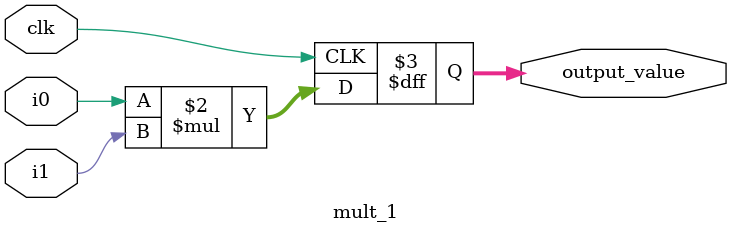
<source format=sv>
module mult_1 #(
    parameter int DW = 1
) (
    input clk,
    input logic [DW - 1:0] i0,
    input logic [DW - 1:0] i1,
    output logic [2 * DW - 1:0] output_value
);
    always_ff @(posedge clk) begin
        output_value <= i0 * i1;
    end
endmodule



</source>
